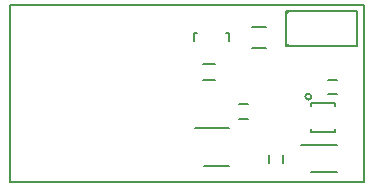
<source format=gto>
G04 #@! TF.FileFunction,Legend,Top*
%FSLAX46Y46*%
G04 Gerber Fmt 4.6, Leading zero omitted, Abs format (unit mm)*
G04 Created by KiCad (PCBNEW 4.0.1-3.201512221402+6198~38~ubuntu14.04.1-stable) date Wed 27 Jan 2016 01:24:07 PM EST*
%MOMM*%
G01*
G04 APERTURE LIST*
%ADD10C,0.100000*%
%ADD11C,0.200000*%
%ADD12C,0.150000*%
G04 APERTURE END LIST*
D10*
D11*
X150000000Y-112000000D02*
X150000000Y-97000000D01*
X180000000Y-112000000D02*
X150000000Y-112000000D01*
X180000000Y-97000000D02*
X180000000Y-112000000D01*
X150000000Y-97000000D02*
X180000000Y-97000000D01*
D12*
X166450000Y-110625000D02*
X168550000Y-110625000D01*
X165675000Y-107375000D02*
X168550000Y-107375000D01*
X167350000Y-103325000D02*
X166350000Y-103325000D01*
X166350000Y-101975000D02*
X167350000Y-101975000D01*
X177650000Y-104500000D02*
X176950000Y-104500000D01*
X176950000Y-103300000D02*
X177650000Y-103300000D01*
X169400000Y-105400000D02*
X170100000Y-105400000D01*
X170100000Y-106600000D02*
X169400000Y-106600000D01*
X173100000Y-109650000D02*
X173100000Y-110350000D01*
X171900000Y-110350000D02*
X171900000Y-109650000D01*
X175500000Y-104750000D02*
G75*
G03X175500000Y-104750000I-250000J0D01*
G01*
X175500000Y-105500000D02*
X175500000Y-105250000D01*
X175500000Y-105250000D02*
X177500000Y-105250000D01*
X177500000Y-105250000D02*
X177500000Y-105500000D01*
X177500000Y-107750000D02*
X177500000Y-107500000D01*
X175500000Y-107750000D02*
X175500000Y-107500000D01*
X175500000Y-107750000D02*
X177500000Y-107750000D01*
X175487500Y-111125000D02*
X177637500Y-111125000D01*
X174662500Y-108875000D02*
X177637500Y-108875000D01*
X171650000Y-100625000D02*
X170450000Y-100625000D01*
X170450000Y-98875000D02*
X171650000Y-98875000D01*
X168349160Y-99349000D02*
X168300900Y-99349000D01*
X165550180Y-100050040D02*
X165550180Y-99349000D01*
X165550180Y-99349000D02*
X165799100Y-99349000D01*
X168349160Y-99349000D02*
X168549820Y-99349000D01*
X168549820Y-99349000D02*
X168549820Y-100050040D01*
X173340000Y-100250000D02*
X173590000Y-100500000D01*
X173590000Y-97500000D02*
X173340000Y-97750000D01*
X173340000Y-100500000D02*
X173340000Y-97500000D01*
X173340000Y-97500000D02*
X179340000Y-97500000D01*
X179340000Y-97500000D02*
X179340000Y-100500000D01*
X179340000Y-100500000D02*
X173340000Y-100500000D01*
M02*

</source>
